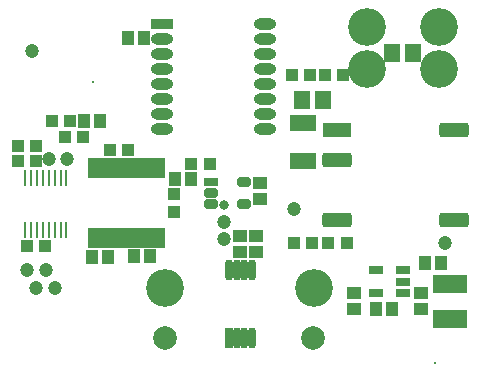
<source format=gts>
G04*
G04 #@! TF.GenerationSoftware,Altium Limited,Altium Designer,19.1.7 (138)*
G04*
G04 Layer_Color=8388736*
%FSLAX25Y25*%
%MOIN*%
G70*
G01*
G75*
%ADD22R,0.00943X0.05456*%
%ADD23O,0.00943X0.05456*%
%ADD38R,0.04143X0.04537*%
%ADD39R,0.04147X0.04147*%
%ADD40C,0.04737*%
%ADD41R,0.07493X0.03792*%
%ADD42R,0.04537X0.04143*%
%ADD43R,0.04147X0.04147*%
%ADD44O,0.07493X0.03792*%
G04:AMPARAMS|DCode=45|XSize=67.06mil|YSize=25.72mil|CornerRadius=8.43mil|HoleSize=0mil|Usage=FLASHONLY|Rotation=90.000|XOffset=0mil|YOffset=0mil|HoleType=Round|Shape=RoundedRectangle|*
%AMROUNDEDRECTD45*
21,1,0.06706,0.00886,0,0,90.0*
21,1,0.05020,0.02572,0,0,90.0*
1,1,0.01686,0.00443,0.02510*
1,1,0.01686,0.00443,-0.02510*
1,1,0.01686,-0.00443,-0.02510*
1,1,0.01686,-0.00443,0.02510*
%
%ADD45ROUNDEDRECTD45*%
%ADD46R,0.02572X0.06706*%
%ADD47R,0.02572X0.06509*%
%ADD48R,0.04737X0.03162*%
G04:AMPARAMS|DCode=49|XSize=31.62mil|YSize=47.37mil|CornerRadius=9.91mil|HoleSize=0mil|Usage=FLASHONLY|Rotation=90.000|XOffset=0mil|YOffset=0mil|HoleType=Round|Shape=RoundedRectangle|*
%AMROUNDEDRECTD49*
21,1,0.03162,0.02756,0,0,90.0*
21,1,0.01181,0.04737,0,0,90.0*
1,1,0.01981,0.01378,0.00591*
1,1,0.01981,0.01378,-0.00591*
1,1,0.01981,-0.01378,-0.00591*
1,1,0.01981,-0.01378,0.00591*
%
%ADD49ROUNDEDRECTD49*%
%ADD50R,0.04934X0.03162*%
G04:AMPARAMS|DCode=51|XSize=47.37mil|YSize=98.16mil|CornerRadius=7.94mil|HoleSize=0mil|Usage=FLASHONLY|Rotation=270.000|XOffset=0mil|YOffset=0mil|HoleType=Round|Shape=RoundedRectangle|*
%AMROUNDEDRECTD51*
21,1,0.04737,0.08228,0,0,270.0*
21,1,0.03150,0.09816,0,0,270.0*
1,1,0.01587,-0.04114,-0.01575*
1,1,0.01587,-0.04114,0.01575*
1,1,0.01587,0.04114,0.01575*
1,1,0.01587,0.04114,-0.01575*
%
%ADD51ROUNDEDRECTD51*%
%ADD52R,0.09816X0.04737*%
%ADD53R,0.03950X0.03950*%
%ADD54R,0.08674X0.05524*%
%ADD55R,0.05328X0.06312*%
%ADD56R,0.11430X0.05918*%
%ADD57C,0.00800*%
%ADD58C,0.07887*%
%ADD59C,0.12611*%
%ADD60C,0.03162*%
D22*
X6491Y56754D02*
D03*
D23*
X8461D02*
D03*
X10431D02*
D03*
X12401D02*
D03*
X14371D02*
D03*
X16341D02*
D03*
X18311D02*
D03*
X20281D02*
D03*
Y73954D02*
D03*
X18311D02*
D03*
X16341D02*
D03*
X14371D02*
D03*
X12401D02*
D03*
X10431D02*
D03*
X8461D02*
D03*
X6491D02*
D03*
D38*
X26083Y92913D02*
D03*
X31398D02*
D03*
X61713Y73622D02*
D03*
X56398D02*
D03*
X42913Y48031D02*
D03*
X48228D02*
D03*
X34154Y47638D02*
D03*
X28839D02*
D03*
X46063Y120472D02*
D03*
X40748D02*
D03*
X139842Y45669D02*
D03*
X145158D02*
D03*
X128657Y30169D02*
D03*
X123343D02*
D03*
D39*
X19783Y87795D02*
D03*
X25886D02*
D03*
X68012Y78740D02*
D03*
X61910D02*
D03*
X40846Y83465D02*
D03*
X34744D02*
D03*
X21555Y92913D02*
D03*
X15453D02*
D03*
X13287Y51181D02*
D03*
X7185D02*
D03*
X10138Y84646D02*
D03*
X4035D02*
D03*
Y79528D02*
D03*
X10138D02*
D03*
X107579Y52362D02*
D03*
X113681D02*
D03*
X101575Y108268D02*
D03*
X95472D02*
D03*
D40*
X72835Y53543D02*
D03*
X13386Y43307D02*
D03*
X7087D02*
D03*
X10236Y37402D02*
D03*
X16535Y37402D02*
D03*
X72835Y59449D02*
D03*
X20472Y80315D02*
D03*
X14567D02*
D03*
X8661Y116142D02*
D03*
X96260Y63583D02*
D03*
X146480Y52362D02*
D03*
D41*
X52181Y125409D02*
D03*
D42*
X84646Y67126D02*
D03*
Y72441D02*
D03*
X83465Y49311D02*
D03*
Y54626D02*
D03*
X78300Y49311D02*
D03*
Y54626D02*
D03*
X116100Y35727D02*
D03*
Y30412D02*
D03*
X138500Y35727D02*
D03*
Y30412D02*
D03*
D43*
X56299Y62697D02*
D03*
Y68799D02*
D03*
D44*
X86630Y125409D02*
D03*
Y90409D02*
D03*
Y95410D02*
D03*
Y100409D02*
D03*
Y105409D02*
D03*
Y110409D02*
D03*
Y115409D02*
D03*
Y120409D02*
D03*
X52181Y90409D02*
D03*
Y95410D02*
D03*
Y100409D02*
D03*
Y105409D02*
D03*
Y110409D02*
D03*
Y115409D02*
D03*
Y120409D02*
D03*
D45*
X82110Y43307D02*
D03*
X79551D02*
D03*
X76992D02*
D03*
X74433D02*
D03*
X82110Y20472D02*
D03*
X79551D02*
D03*
X76992D02*
D03*
D46*
X74433D02*
D03*
D47*
X28937Y53937D02*
D03*
X31496D02*
D03*
X34055D02*
D03*
X36614D02*
D03*
X39173D02*
D03*
X41732D02*
D03*
X44291D02*
D03*
X46850D02*
D03*
X49409D02*
D03*
X51968D02*
D03*
X28937Y77165D02*
D03*
X31496D02*
D03*
X34055D02*
D03*
X36614D02*
D03*
X39173D02*
D03*
X41732D02*
D03*
X44291D02*
D03*
X46850D02*
D03*
X49409D02*
D03*
X51968D02*
D03*
D48*
X68602Y72638D02*
D03*
D49*
Y68898D02*
D03*
Y65158D02*
D03*
X79429D02*
D03*
Y72638D02*
D03*
D50*
X132500Y35669D02*
D03*
Y39409D02*
D03*
Y43150D02*
D03*
X123445D02*
D03*
Y35669D02*
D03*
D51*
X110614Y59961D02*
D03*
Y79961D02*
D03*
X149630Y89961D02*
D03*
Y59961D02*
D03*
D52*
X110614Y89961D02*
D03*
D53*
X102165Y52402D02*
D03*
X96260D02*
D03*
X106496Y108228D02*
D03*
X112402D02*
D03*
D54*
X99000Y92268D02*
D03*
Y79669D02*
D03*
D55*
X135728Y115748D02*
D03*
X128839D02*
D03*
X98917Y100000D02*
D03*
X105807D02*
D03*
D56*
X148161Y27125D02*
D03*
Y38543D02*
D03*
D57*
X29146Y106035D02*
D03*
X143122Y12335D02*
D03*
D58*
X102500Y20669D02*
D03*
X53000D02*
D03*
D59*
X120484Y124146D02*
D03*
X144500D02*
D03*
Y110169D02*
D03*
X120484D02*
D03*
X53161Y37138D02*
D03*
X102768D02*
D03*
D60*
X72835Y64961D02*
D03*
M02*

</source>
